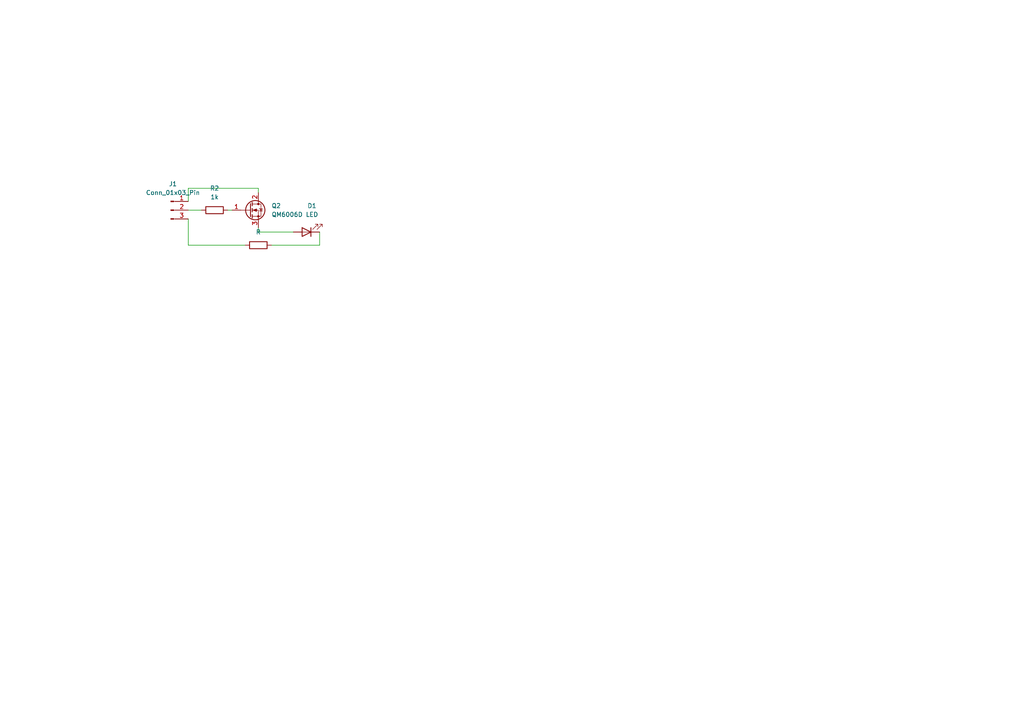
<source format=kicad_sch>
(kicad_sch (version 20250114) (generator "eeschema") (generator_version "9.0")
  (paper "A4")
  (lib_symbols
    (symbol "Connector:Conn_01x03_Pin" (pin_names (offset 1.016) (hide yes))
      (property "Reference" "J" (at 0 5.08 0))
      (property "Value" "Conn_01x03_Pin" (at 0 -5.08 0))
      (symbol "Conn_01x03_Pin_1_1"
        (rectangle (start 0.8636 2.667) (end 0 2.413) (stroke (width 0.1524)) (fill (type outline)))
        (rectangle (start 0.8636 0.127) (end 0 -0.127) (stroke (width 0.1524)) (fill (type outline)))
        (rectangle (start 0.8636 -2.413) (end 0 -2.667) (stroke (width 0.1524)) (fill (type outline)))
        (polyline (pts (xy 1.27 2.54) (xy 0.8636 2.54)) (stroke (width 0.1524)))
        (polyline (pts (xy 1.27 0) (xy 0.8636 0)) (stroke (width 0.1524)))
        (polyline (pts (xy 1.27 -2.54) (xy 0.8636 -2.54)) (stroke (width 0.1524)))
        (pin passive line (at 5.08 2.54 180) (length 3.81) (name "Pin_1") (number "1"))
        (pin passive line (at 5.08 0 180) (length 3.81) (name "Pin_2") (number "2"))
        (pin passive line (at 5.08 -2.54 180) (length 3.81) (name "Pin_3") (number "3"))
      )
    )
    (symbol "Device:LED" (pin_numbers (hide yes)) (pin_names (offset 1.016) (hide yes))
      (property "Reference" "D" (at 0 2.54 0))
      (property "Value" "LED" (at 0 -2.54 0))
      (symbol "LED_0_1"
        (polyline (pts (xy -3.048 -0.762) (xy -4.572 -2.286) (xy -3.81 -2.286) (xy -4.572 -2.286) (xy -4.572 -1.524)))
        (polyline (pts (xy -1.778 -0.762) (xy -3.302 -2.286) (xy -2.54 -2.286) (xy -3.302 -2.286) (xy -3.302 -1.524)))
        (polyline (pts (xy -1.27 0) (xy 1.27 0)))
        (polyline (pts (xy -1.27 -1.27) (xy -1.27 1.27)) (stroke (width 0.254)))
        (polyline (pts (xy 1.27 -1.27) (xy 1.27 1.27) (xy -1.27 0) (xy 1.27 -1.27)) (stroke (width 0.254)))
      )
      (symbol "LED_1_1"
        (pin passive line (at -3.81 0 0) (length 2.54) (name "K") (number "1"))
        (pin passive line (at 3.81 0 180) (length 2.54) (name "A") (number "2"))
      )
    )
    (symbol "Device:R" (pin_numbers (hide yes)) (pin_names (offset 0))
      (property "Reference" "R" (at 2.032 0 90))
      (property "Value" "R" (at 0 0 90))
      (symbol "R_0_1"
        (rectangle (start -1.016 -2.54) (end 1.016 2.54) (stroke (width 0.254)))
      )
      (symbol "R_1_1"
        (pin passive line (at 0 3.81 270) (length 1.27) (name "~") (number "1"))
        (pin passive line (at 0 -3.81 90) (length 1.27) (name "~") (number "2"))
      )
    )
    (symbol "Transistor_FET:QM6006D" (pin_names (hide yes))
      (property "Reference" "Q" (at 5.08 1.905 0))
      (property "Value" "QM6006D" (at 5.08 0 0))
      (symbol "QM6006D_0_1"
        (polyline (pts (xy 0.254 1.905) (xy 0.254 -1.905)) (stroke (width 0.254)))
        (polyline (pts (xy 0.254 0) (xy -2.54 0)))
        (polyline (pts (xy 0.762 2.286) (xy 0.762 1.27)) (stroke (width 0.254)))
        (polyline (pts (xy 0.762 0.508) (xy 0.762 -0.508)) (stroke (width 0.254)))
        (polyline (pts (xy 0.762 -1.27) (xy 0.762 -2.286)) (stroke (width 0.254)))
        (polyline (pts (xy 0.762 -1.778) (xy 3.302 -1.778) (xy 3.302 1.778) (xy 0.762 1.778)))
        (polyline (pts (xy 1.016 0) (xy 2.032 0.381) (xy 2.032 -0.381) (xy 1.016 0)) (fill (type outline)))
        (circle (center 1.651 0) (radius 2.794) (stroke (width 0.254)))
        (polyline (pts (xy 2.54 2.54) (xy 2.54 1.778)))
        (circle (center 2.54 1.778) (radius 0.254) (fill (type outline)))
        (circle (center 2.54 -1.778) (radius 0.254) (fill (type outline)))
        (polyline (pts (xy 2.54 -2.54) (xy 2.54 0) (xy 0.762 0)))
        (polyline (pts (xy 2.794 0.508) (xy 2.921 0.381) (xy 3.683 0.381) (xy 3.81 0.254)))
        (polyline (pts (xy 3.302 0.381) (xy 2.921 -0.254) (xy 3.683 -0.254) (xy 3.302 0.381)))
      )
      (symbol "QM6006D_1_1"
        (pin input line (at -5.08 0 0) (length 2.54) (name "G") (number "1"))
        (pin passive line (at 2.54 5.08 270) (length 2.54) (name "D") (number "2"))
        (pin passive line (at 2.54 -5.08 90) (length 2.54) (name "S") (number "3"))
      )
    )
  )
  (wire (pts (xy 54.61 60.96) (xy 58.42 60.96)))
  (wire (pts (xy 54.61 63.5) (xy 54.61 71.12)))
  (wire (pts (xy 66.04 60.96) (xy 67.31 60.96)))
  (wire (pts (xy 54.61 54.61) (xy 74.93 54.61)))
  (wire (pts (xy 74.93 67.31) (xy 74.93 66.04)))
  (wire (pts (xy 54.61 71.12) (xy 71.12 71.12)))
  (wire (pts (xy 54.61 54.61) (xy 54.61 58.42)))
  (wire (pts (xy 74.93 54.61) (xy 74.93 55.88)))
  (wire (pts (xy 78.74 71.12) (xy 92.71 71.12)))
  (wire (pts (xy 74.93 67.31) (xy 85.09 67.31)))
  (wire (pts (xy 92.71 67.31) (xy 92.71 71.12)))
  (symbol (lib_id "Transistor_FET:QM6006D") (at 72.39 60.96 0) (unit 1)
    (property "Reference" "Q2" (at 78.74 59.6899 0) (effects (justify left)))
    (property "Value" "QM6006D" (at 78.74 62.2299 0) (effects (justify left)))
    (property "Footprint" "Package_TO_SOT_SMD:TO-252-2" (effects (hide yes)))
    (property "Datasheet" "http://www.jaolen.com/images/pdf/QM6006D.pdf" (effects (hide yes)))
    (property "Description" "35A Id, 60V Vds, N-Channel Power MOSFET, 18mOhm Ron, 19.3nC Qg (typ), TO252" (effects (hide yes)))
  )
  (symbol (lib_id "Device:R") (at 62.23 60.96 270) (unit 1)
    (property "Reference" "R2" (at 62.23 54.61 90))
    (property "Value" "1k" (at 62.23 57.15 90))
    (property "Footprint" "Resistor_SMD:R_1206_3216Metric" (effects (hide yes)))
    (property "Description" "Resistor" (effects (hide yes)))
  )
  (symbol (lib_id "Device:R") (at 74.93 71.12 270) (unit 1)
    (property "Reference" "R1" (effects (hide yes)))
    (property "Value" "R" (at 74.93 67.31 90))
    (property "Footprint" "Resistor_SMD:R_1206_3216Metric" (effects (hide yes)))
    (property "Description" "Resistor" (effects (hide yes)))
  )
  (symbol (lib_id "Connector:Conn_01x03_Pin") (at 49.53 60.96 0) (unit 1)
    (property "Reference" "J1" (at 50.165 53.34 0))
    (property "Value" "Conn_01x03_Pin" (at 50.165 55.88 0))
    (property "Footprint" "Connector_PinSocket_2.54mm:PinSocket_1x02_P2.54mm_Horizontal" (effects (hide yes)))
    (property "Description" "Generic connector, single row, 01x03, script generated" (effects (hide yes)))
  )
  (symbol (lib_id "Device:LED") (at 88.9 67.31 180) (unit 1)
    (property "Reference" "D1" (at 90.4875 59.69 0))
    (property "Value" "LED" (at 90.4875 62.23 0))
    (property "Footprint" "LED_SMD:LED_1206_3216Metric" (effects (hide yes)))
    (property "Description" "Light emitting diode" (effects (hide yes)))
    (property "Sim.Pins" "1=K 2=A" (effects (hide yes)))
  )
)
</source>
